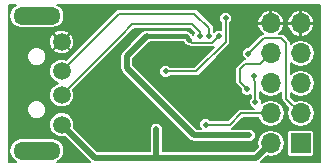
<source format=gbl>
G04 #@! TF.FileFunction,Copper,L2,Bot,Plane*
%FSLAX46Y46*%
G04 Gerber Fmt 4.6, Leading zero omitted, Abs format (unit mm)*
G04 Created by KiCad (PCBNEW 4.0.6-e0-6349~53~ubuntu16.04.1) date Fri Jun 23 14:49:20 2017*
%MOMM*%
%LPD*%
G01*
G04 APERTURE LIST*
%ADD10C,0.100000*%
%ADD11C,1.500000*%
%ADD12O,4.000000X1.500000*%
%ADD13R,1.700000X1.700000*%
%ADD14O,1.700000X1.700000*%
%ADD15C,0.500000*%
%ADD16C,0.500000*%
%ADD17C,0.200000*%
%ADD18C,0.400000*%
G04 APERTURE END LIST*
D10*
D11*
X104800000Y-103500000D03*
X104800000Y-106000000D03*
X104800000Y-108000000D03*
X104800000Y-110500000D03*
D12*
X102700000Y-112700000D03*
X102700000Y-101300000D03*
D13*
X125050000Y-112080000D03*
D14*
X122510000Y-112080000D03*
X125050000Y-109540000D03*
X122510000Y-109540000D03*
X125050000Y-107000000D03*
X122510000Y-107000000D03*
X125050000Y-104460000D03*
X122510000Y-104460000D03*
X125050000Y-101920000D03*
X122510000Y-101920000D03*
D15*
X118100000Y-103000000D03*
X120700000Y-111400000D03*
X112000000Y-103000000D03*
X115600000Y-103300000D03*
X117050000Y-107000000D03*
X110750000Y-111100000D03*
X116900000Y-100700000D03*
X112800000Y-110900000D03*
X118700000Y-101500000D03*
X113600000Y-106000000D03*
X117300000Y-103000000D03*
X116500000Y-103000000D03*
X120600000Y-104500000D03*
X117000000Y-110500000D03*
X121100000Y-106400000D03*
X121200000Y-108600000D03*
X120500000Y-107500000D03*
D16*
X112000000Y-103000000D02*
X110300000Y-104700000D01*
X110300000Y-105700000D02*
X110300000Y-104700000D01*
X110300000Y-105700000D02*
X116000000Y-111400000D01*
D17*
X118100000Y-103000000D02*
X117550001Y-103549999D01*
X117550001Y-103549999D02*
X115849999Y-103549999D01*
X115849999Y-103549999D02*
X115600000Y-103300000D01*
D16*
X116000000Y-111400000D02*
X120700000Y-111400000D01*
D18*
X112000000Y-103000000D02*
X115300000Y-103000000D01*
X115300000Y-103000000D02*
X115600000Y-103300000D01*
D16*
X121290000Y-113300000D02*
X112800000Y-113300000D01*
X112800000Y-113300000D02*
X107600000Y-113300000D01*
X112800000Y-112300000D02*
X112800000Y-113300000D01*
X107600000Y-113300000D02*
X104800000Y-110500000D01*
X122510000Y-112080000D02*
X121290000Y-113300000D01*
X112800000Y-110900000D02*
X112800000Y-112300000D01*
D17*
X118700000Y-101500000D02*
X118700000Y-103500000D01*
X113600000Y-106000000D02*
X115000000Y-106000000D01*
X118700000Y-103500000D02*
X116200000Y-106000000D01*
X116200000Y-106000000D02*
X115000000Y-106000000D01*
X117300000Y-102346447D02*
X116053553Y-101100000D01*
X117300000Y-103000000D02*
X117300000Y-102646447D01*
X117300000Y-102646447D02*
X117300000Y-102346447D01*
X116053553Y-101100000D02*
X109700000Y-101100000D01*
X109700000Y-101100000D02*
X104800000Y-106000000D01*
X115853553Y-102000000D02*
X110800000Y-102000000D01*
X110800000Y-102000000D02*
X109800000Y-103000000D01*
X116500000Y-103000000D02*
X116500000Y-102646447D01*
X116500000Y-102646447D02*
X115853553Y-102000000D01*
X109800000Y-103000000D02*
X104800000Y-108000000D01*
X120600000Y-104500000D02*
X121900000Y-103200000D01*
X121900000Y-103200000D02*
X123400000Y-103200000D01*
X123400000Y-103200000D02*
X123800000Y-103600000D01*
X123800000Y-103600000D02*
X123800000Y-108290000D01*
X123800000Y-108290000D02*
X125050000Y-109540000D01*
X117000000Y-110500000D02*
X119040000Y-110500000D01*
X120000000Y-109540000D02*
X122510000Y-109540000D01*
X119040000Y-110500000D02*
X120000000Y-109540000D01*
X121100000Y-106400000D02*
X121100000Y-106753553D01*
X121100000Y-106753553D02*
X121200000Y-106853553D01*
X121200000Y-106853553D02*
X121200000Y-107100000D01*
X121200000Y-108600000D02*
X121200000Y-107100000D01*
X121200000Y-108600000D02*
X121200000Y-108246447D01*
X120500000Y-107500000D02*
X119900000Y-106900000D01*
X119900000Y-105800000D02*
X120330000Y-105370000D01*
X120330000Y-105370000D02*
X121600000Y-105370000D01*
X119900000Y-106900000D02*
X119900000Y-105800000D01*
X121600000Y-105370000D02*
X122510000Y-104460000D01*
G36*
X100662478Y-100557538D02*
X100434866Y-100898182D01*
X100354940Y-101300000D01*
X100434866Y-101701818D01*
X100662478Y-102042462D01*
X101003122Y-102270074D01*
X101404940Y-102350000D01*
X103995060Y-102350000D01*
X104396878Y-102270074D01*
X104737522Y-102042462D01*
X104965134Y-101701818D01*
X105045060Y-101300000D01*
X104965134Y-100898182D01*
X104737522Y-100557538D01*
X104426921Y-100350000D01*
X126650000Y-100350000D01*
X126650000Y-113650000D01*
X121717818Y-113650000D01*
X122195829Y-113171989D01*
X122487470Y-113230000D01*
X122532530Y-113230000D01*
X122972616Y-113142461D01*
X123345703Y-112893173D01*
X123594991Y-112520086D01*
X123682530Y-112080000D01*
X123594991Y-111639914D01*
X123345703Y-111266827D01*
X123290588Y-111230000D01*
X123894123Y-111230000D01*
X123894123Y-112930000D01*
X123915042Y-113041173D01*
X123980745Y-113143279D01*
X124080997Y-113211778D01*
X124200000Y-113235877D01*
X125900000Y-113235877D01*
X126011173Y-113214958D01*
X126113279Y-113149255D01*
X126181778Y-113049003D01*
X126205877Y-112930000D01*
X126205877Y-111230000D01*
X126184958Y-111118827D01*
X126119255Y-111016721D01*
X126019003Y-110948222D01*
X125900000Y-110924123D01*
X124200000Y-110924123D01*
X124088827Y-110945042D01*
X123986721Y-111010745D01*
X123918222Y-111110997D01*
X123894123Y-111230000D01*
X123290588Y-111230000D01*
X122972616Y-111017539D01*
X122532530Y-110930000D01*
X122487470Y-110930000D01*
X122047384Y-111017539D01*
X121674297Y-111266827D01*
X121425009Y-111639914D01*
X121337470Y-112080000D01*
X121402957Y-112409225D01*
X121062182Y-112750000D01*
X113350000Y-112750000D01*
X113350000Y-110900000D01*
X113350095Y-110791078D01*
X113266539Y-110588857D01*
X113111957Y-110434005D01*
X113010477Y-110391867D01*
X113010476Y-110391866D01*
X113010474Y-110391866D01*
X112909882Y-110350096D01*
X112800000Y-110350000D01*
X112691078Y-110349905D01*
X112589525Y-110391866D01*
X112589524Y-110391866D01*
X112589523Y-110391867D01*
X112488857Y-110433461D01*
X112334005Y-110588043D01*
X112250096Y-110790118D01*
X112249905Y-111008922D01*
X112250000Y-111009152D01*
X112250000Y-112750000D01*
X107827818Y-112750000D01*
X105831561Y-110753743D01*
X105849818Y-110709774D01*
X105850182Y-110292058D01*
X105690666Y-109906000D01*
X105395554Y-109610372D01*
X105009774Y-109450182D01*
X104592058Y-109449818D01*
X104206000Y-109609334D01*
X103910372Y-109904446D01*
X103750182Y-110290226D01*
X103749818Y-110707942D01*
X103909334Y-111094000D01*
X104204446Y-111389628D01*
X104590226Y-111549818D01*
X105007942Y-111550182D01*
X105053528Y-111531346D01*
X107172182Y-113650000D01*
X104426921Y-113650000D01*
X104737522Y-113442462D01*
X104965134Y-113101818D01*
X105045060Y-112700000D01*
X104965134Y-112298182D01*
X104737522Y-111957538D01*
X104396878Y-111729926D01*
X103995060Y-111650000D01*
X101404940Y-111650000D01*
X101003122Y-111729926D01*
X100662478Y-111957538D01*
X100434866Y-112298182D01*
X100354940Y-112700000D01*
X100434866Y-113101818D01*
X100662478Y-113442462D01*
X100973079Y-113650000D01*
X100350000Y-113650000D01*
X100350000Y-109408432D01*
X101899861Y-109408432D01*
X102021397Y-109702572D01*
X102246245Y-109927812D01*
X102540172Y-110049861D01*
X102858432Y-110050139D01*
X103152572Y-109928603D01*
X103377812Y-109703755D01*
X103499861Y-109409828D01*
X103500139Y-109091568D01*
X103378603Y-108797428D01*
X103153755Y-108572188D01*
X102859828Y-108450139D01*
X102541568Y-108449861D01*
X102247428Y-108571397D01*
X102022188Y-108796245D01*
X101900139Y-109090172D01*
X101899861Y-109408432D01*
X100350000Y-109408432D01*
X100350000Y-106207942D01*
X103749818Y-106207942D01*
X103909334Y-106594000D01*
X104204446Y-106889628D01*
X104470429Y-107000074D01*
X104206000Y-107109334D01*
X103910372Y-107404446D01*
X103750182Y-107790226D01*
X103749818Y-108207942D01*
X103909334Y-108594000D01*
X104204446Y-108889628D01*
X104590226Y-109049818D01*
X105007942Y-109050182D01*
X105394000Y-108890666D01*
X105689628Y-108595554D01*
X105849818Y-108209774D01*
X105850182Y-107792058D01*
X105769323Y-107596363D01*
X110082843Y-103282843D01*
X110965685Y-102400000D01*
X115687867Y-102400000D01*
X116016960Y-102729093D01*
X115955347Y-102877471D01*
X115911957Y-102834005D01*
X115790804Y-102783698D01*
X115653553Y-102646447D01*
X115491342Y-102538060D01*
X115300000Y-102500000D01*
X112230064Y-102500000D01*
X112210477Y-102491867D01*
X112210476Y-102491866D01*
X112210474Y-102491866D01*
X112109882Y-102450096D01*
X112000000Y-102450000D01*
X111891078Y-102449905D01*
X111789525Y-102491866D01*
X111789524Y-102491866D01*
X111789523Y-102491867D01*
X111688857Y-102533461D01*
X111534005Y-102688043D01*
X111533910Y-102688272D01*
X109911091Y-104311091D01*
X109791866Y-104489524D01*
X109750000Y-104700000D01*
X109750000Y-105700000D01*
X109791866Y-105910476D01*
X109911091Y-106088909D01*
X115611091Y-111788909D01*
X115789524Y-111908134D01*
X116000000Y-111950000D01*
X120700000Y-111950000D01*
X120808922Y-111950095D01*
X120910475Y-111908134D01*
X120910476Y-111908134D01*
X120910477Y-111908133D01*
X121011143Y-111866539D01*
X121165995Y-111711957D01*
X121249904Y-111509882D01*
X121250095Y-111291078D01*
X121166539Y-111088857D01*
X121011957Y-110934005D01*
X120910477Y-110891867D01*
X120910476Y-110891866D01*
X120910474Y-110891866D01*
X120809882Y-110850096D01*
X120700000Y-110850000D01*
X120699907Y-110850000D01*
X120591078Y-110849905D01*
X120590848Y-110850000D01*
X119222336Y-110850000D01*
X119322843Y-110782843D01*
X120165686Y-109940000D01*
X121417035Y-109940000D01*
X121425009Y-109980086D01*
X121674297Y-110353173D01*
X122047384Y-110602461D01*
X122487470Y-110690000D01*
X122532530Y-110690000D01*
X122972616Y-110602461D01*
X123345703Y-110353173D01*
X123594991Y-109980086D01*
X123682530Y-109540000D01*
X123594991Y-109099914D01*
X123345703Y-108726827D01*
X122972616Y-108477539D01*
X122532530Y-108390000D01*
X122487470Y-108390000D01*
X122047384Y-108477539D01*
X121749933Y-108676289D01*
X121750095Y-108491078D01*
X121666539Y-108288857D01*
X121600000Y-108222202D01*
X121600000Y-107701979D01*
X121674297Y-107813173D01*
X122047384Y-108062461D01*
X122487470Y-108150000D01*
X122532530Y-108150000D01*
X122972616Y-108062461D01*
X123345703Y-107813173D01*
X123400000Y-107731912D01*
X123400000Y-108290000D01*
X123430448Y-108443074D01*
X123517157Y-108572843D01*
X123996740Y-109052426D01*
X123965009Y-109099914D01*
X123877470Y-109540000D01*
X123965009Y-109980086D01*
X124214297Y-110353173D01*
X124587384Y-110602461D01*
X125027470Y-110690000D01*
X125072530Y-110690000D01*
X125512616Y-110602461D01*
X125885703Y-110353173D01*
X126134991Y-109980086D01*
X126222530Y-109540000D01*
X126134991Y-109099914D01*
X125885703Y-108726827D01*
X125512616Y-108477539D01*
X125072530Y-108390000D01*
X125027470Y-108390000D01*
X124587384Y-108477539D01*
X124566907Y-108491221D01*
X124200000Y-108124314D01*
X124200000Y-107791776D01*
X124214297Y-107813173D01*
X124587384Y-108062461D01*
X125027470Y-108150000D01*
X125072530Y-108150000D01*
X125512616Y-108062461D01*
X125885703Y-107813173D01*
X126134991Y-107440086D01*
X126222530Y-107000000D01*
X126134991Y-106559914D01*
X125885703Y-106186827D01*
X125512616Y-105937539D01*
X125072530Y-105850000D01*
X125027470Y-105850000D01*
X124587384Y-105937539D01*
X124214297Y-106186827D01*
X124200000Y-106208224D01*
X124200000Y-105251776D01*
X124214297Y-105273173D01*
X124587384Y-105522461D01*
X125027470Y-105610000D01*
X125072530Y-105610000D01*
X125512616Y-105522461D01*
X125885703Y-105273173D01*
X126134991Y-104900086D01*
X126222530Y-104460000D01*
X126134991Y-104019914D01*
X125885703Y-103646827D01*
X125512616Y-103397539D01*
X125072530Y-103310000D01*
X125027470Y-103310000D01*
X124587384Y-103397539D01*
X124214297Y-103646827D01*
X124200000Y-103668224D01*
X124200000Y-103600000D01*
X124169552Y-103446927D01*
X124082843Y-103317157D01*
X124082840Y-103317155D01*
X123682843Y-102917157D01*
X123553074Y-102830448D01*
X123400000Y-102800000D01*
X123222407Y-102800000D01*
X123454847Y-102575569D01*
X123633800Y-102164089D01*
X123641662Y-102124549D01*
X123918338Y-102124549D01*
X123926200Y-102164089D01*
X124105153Y-102575569D01*
X124427951Y-102887244D01*
X124845450Y-103051665D01*
X125025000Y-102994731D01*
X125025000Y-101945000D01*
X125075000Y-101945000D01*
X125075000Y-102994731D01*
X125254550Y-103051665D01*
X125672049Y-102887244D01*
X125994847Y-102575569D01*
X126173800Y-102164089D01*
X126181662Y-102124549D01*
X126124709Y-101945000D01*
X125075000Y-101945000D01*
X125025000Y-101945000D01*
X123975291Y-101945000D01*
X123918338Y-102124549D01*
X123641662Y-102124549D01*
X123584709Y-101945000D01*
X122535000Y-101945000D01*
X122535000Y-101965000D01*
X122485000Y-101965000D01*
X122485000Y-101945000D01*
X121435291Y-101945000D01*
X121378338Y-102124549D01*
X121386200Y-102164089D01*
X121565153Y-102575569D01*
X121815086Y-102816890D01*
X121746926Y-102830448D01*
X121682042Y-102873802D01*
X121617157Y-102917157D01*
X121617155Y-102917160D01*
X120584328Y-103949986D01*
X120491078Y-103949905D01*
X120288857Y-104033461D01*
X120134005Y-104188043D01*
X120050096Y-104390118D01*
X120049905Y-104608922D01*
X120133461Y-104811143D01*
X120288043Y-104965995D01*
X120308152Y-104974345D01*
X120176926Y-105000448D01*
X120047157Y-105087157D01*
X119617157Y-105517157D01*
X119530448Y-105646926D01*
X119519891Y-105700000D01*
X119500000Y-105800000D01*
X119500000Y-106900000D01*
X119530448Y-107053074D01*
X119617157Y-107182843D01*
X119949986Y-107515672D01*
X119949905Y-107608922D01*
X120033461Y-107811143D01*
X120188043Y-107965995D01*
X120390118Y-108049904D01*
X120608922Y-108050095D01*
X120800000Y-107971143D01*
X120800000Y-108222163D01*
X120734005Y-108288043D01*
X120650096Y-108490118D01*
X120649905Y-108708922D01*
X120733461Y-108911143D01*
X120888043Y-109065995D01*
X121066267Y-109140000D01*
X120000000Y-109140000D01*
X119846926Y-109170448D01*
X119717157Y-109257157D01*
X118874314Y-110100000D01*
X117377837Y-110100000D01*
X117311957Y-110034005D01*
X117109882Y-109950096D01*
X116891078Y-109949905D01*
X116688857Y-110033461D01*
X116534005Y-110188043D01*
X116450096Y-110390118D01*
X116449905Y-110608922D01*
X116533461Y-110811143D01*
X116572250Y-110850000D01*
X116227818Y-110850000D01*
X110850000Y-105472182D01*
X110850000Y-104927818D01*
X112277818Y-103500000D01*
X115087538Y-103500000D01*
X115133461Y-103611143D01*
X115288043Y-103765995D01*
X115490118Y-103849904D01*
X115592825Y-103849994D01*
X115696925Y-103919551D01*
X115849999Y-103949999D01*
X117550001Y-103949999D01*
X117703075Y-103919551D01*
X117738299Y-103896015D01*
X116034314Y-105600000D01*
X113977837Y-105600000D01*
X113911957Y-105534005D01*
X113709882Y-105450096D01*
X113491078Y-105449905D01*
X113288857Y-105533461D01*
X113134005Y-105688043D01*
X113050096Y-105890118D01*
X113049905Y-106108922D01*
X113133461Y-106311143D01*
X113288043Y-106465995D01*
X113490118Y-106549904D01*
X113708922Y-106550095D01*
X113911143Y-106466539D01*
X113977798Y-106400000D01*
X116200000Y-106400000D01*
X116353074Y-106369552D01*
X116482843Y-106282843D01*
X118982843Y-103782843D01*
X119069552Y-103653074D01*
X119100000Y-103500000D01*
X119100000Y-101877837D01*
X119165995Y-101811957D01*
X119206067Y-101715451D01*
X121378338Y-101715451D01*
X121435291Y-101895000D01*
X122485000Y-101895000D01*
X122485000Y-100845269D01*
X122535000Y-100845269D01*
X122535000Y-101895000D01*
X123584709Y-101895000D01*
X123641662Y-101715451D01*
X123918338Y-101715451D01*
X123975291Y-101895000D01*
X125025000Y-101895000D01*
X125025000Y-100845269D01*
X125075000Y-100845269D01*
X125075000Y-101895000D01*
X126124709Y-101895000D01*
X126181662Y-101715451D01*
X126173800Y-101675911D01*
X125994847Y-101264431D01*
X125672049Y-100952756D01*
X125254550Y-100788335D01*
X125075000Y-100845269D01*
X125025000Y-100845269D01*
X124845450Y-100788335D01*
X124427951Y-100952756D01*
X124105153Y-101264431D01*
X123926200Y-101675911D01*
X123918338Y-101715451D01*
X123641662Y-101715451D01*
X123633800Y-101675911D01*
X123454847Y-101264431D01*
X123132049Y-100952756D01*
X122714550Y-100788335D01*
X122535000Y-100845269D01*
X122485000Y-100845269D01*
X122305450Y-100788335D01*
X121887951Y-100952756D01*
X121565153Y-101264431D01*
X121386200Y-101675911D01*
X121378338Y-101715451D01*
X119206067Y-101715451D01*
X119249904Y-101609882D01*
X119250095Y-101391078D01*
X119166539Y-101188857D01*
X119011957Y-101034005D01*
X118809882Y-100950096D01*
X118591078Y-100949905D01*
X118388857Y-101033461D01*
X118234005Y-101188043D01*
X118150096Y-101390118D01*
X118149905Y-101608922D01*
X118233461Y-101811143D01*
X118300000Y-101877798D01*
X118300000Y-102487516D01*
X118209882Y-102450096D01*
X117991078Y-102449905D01*
X117788857Y-102533461D01*
X117700000Y-102622163D01*
X117700000Y-102346447D01*
X117669552Y-102193373D01*
X117582843Y-102063604D01*
X116336396Y-100817157D01*
X116206627Y-100730448D01*
X116053553Y-100700000D01*
X109700000Y-100700000D01*
X109546927Y-100730448D01*
X109417157Y-100817157D01*
X109417155Y-100817160D01*
X105203634Y-105030680D01*
X105009774Y-104950182D01*
X104592058Y-104949818D01*
X104206000Y-105109334D01*
X103910372Y-105404446D01*
X103750182Y-105790226D01*
X103749818Y-106207942D01*
X100350000Y-106207942D01*
X100350000Y-104908432D01*
X101899861Y-104908432D01*
X102021397Y-105202572D01*
X102246245Y-105427812D01*
X102540172Y-105549861D01*
X102858432Y-105550139D01*
X103152572Y-105428603D01*
X103377812Y-105203755D01*
X103499861Y-104909828D01*
X103500139Y-104591568D01*
X103378603Y-104297428D01*
X103302739Y-104221431D01*
X104113925Y-104221431D01*
X104191132Y-104380569D01*
X104574458Y-104546543D01*
X104992120Y-104553191D01*
X105380535Y-104399501D01*
X105408868Y-104380569D01*
X105486075Y-104221431D01*
X104800000Y-103535355D01*
X104113925Y-104221431D01*
X103302739Y-104221431D01*
X103153755Y-104072188D01*
X102859828Y-103950139D01*
X102541568Y-103949861D01*
X102247428Y-104071397D01*
X102022188Y-104296245D01*
X101900139Y-104590172D01*
X101899861Y-104908432D01*
X100350000Y-104908432D01*
X100350000Y-103692120D01*
X103746809Y-103692120D01*
X103900499Y-104080535D01*
X103919431Y-104108868D01*
X104078569Y-104186075D01*
X104764645Y-103500000D01*
X104835355Y-103500000D01*
X105521431Y-104186075D01*
X105680569Y-104108868D01*
X105846543Y-103725542D01*
X105853191Y-103307880D01*
X105699501Y-102919465D01*
X105680569Y-102891132D01*
X105521431Y-102813925D01*
X104835355Y-103500000D01*
X104764645Y-103500000D01*
X104078569Y-102813925D01*
X103919431Y-102891132D01*
X103753457Y-103274458D01*
X103746809Y-103692120D01*
X100350000Y-103692120D01*
X100350000Y-102778569D01*
X104113925Y-102778569D01*
X104800000Y-103464645D01*
X105486075Y-102778569D01*
X105408868Y-102619431D01*
X105025542Y-102453457D01*
X104607880Y-102446809D01*
X104219465Y-102600499D01*
X104191132Y-102619431D01*
X104113925Y-102778569D01*
X100350000Y-102778569D01*
X100350000Y-100350000D01*
X100973079Y-100350000D01*
X100662478Y-100557538D01*
X100662478Y-100557538D01*
G37*
X100662478Y-100557538D02*
X100434866Y-100898182D01*
X100354940Y-101300000D01*
X100434866Y-101701818D01*
X100662478Y-102042462D01*
X101003122Y-102270074D01*
X101404940Y-102350000D01*
X103995060Y-102350000D01*
X104396878Y-102270074D01*
X104737522Y-102042462D01*
X104965134Y-101701818D01*
X105045060Y-101300000D01*
X104965134Y-100898182D01*
X104737522Y-100557538D01*
X104426921Y-100350000D01*
X126650000Y-100350000D01*
X126650000Y-113650000D01*
X121717818Y-113650000D01*
X122195829Y-113171989D01*
X122487470Y-113230000D01*
X122532530Y-113230000D01*
X122972616Y-113142461D01*
X123345703Y-112893173D01*
X123594991Y-112520086D01*
X123682530Y-112080000D01*
X123594991Y-111639914D01*
X123345703Y-111266827D01*
X123290588Y-111230000D01*
X123894123Y-111230000D01*
X123894123Y-112930000D01*
X123915042Y-113041173D01*
X123980745Y-113143279D01*
X124080997Y-113211778D01*
X124200000Y-113235877D01*
X125900000Y-113235877D01*
X126011173Y-113214958D01*
X126113279Y-113149255D01*
X126181778Y-113049003D01*
X126205877Y-112930000D01*
X126205877Y-111230000D01*
X126184958Y-111118827D01*
X126119255Y-111016721D01*
X126019003Y-110948222D01*
X125900000Y-110924123D01*
X124200000Y-110924123D01*
X124088827Y-110945042D01*
X123986721Y-111010745D01*
X123918222Y-111110997D01*
X123894123Y-111230000D01*
X123290588Y-111230000D01*
X122972616Y-111017539D01*
X122532530Y-110930000D01*
X122487470Y-110930000D01*
X122047384Y-111017539D01*
X121674297Y-111266827D01*
X121425009Y-111639914D01*
X121337470Y-112080000D01*
X121402957Y-112409225D01*
X121062182Y-112750000D01*
X113350000Y-112750000D01*
X113350000Y-110900000D01*
X113350095Y-110791078D01*
X113266539Y-110588857D01*
X113111957Y-110434005D01*
X113010477Y-110391867D01*
X113010476Y-110391866D01*
X113010474Y-110391866D01*
X112909882Y-110350096D01*
X112800000Y-110350000D01*
X112691078Y-110349905D01*
X112589525Y-110391866D01*
X112589524Y-110391866D01*
X112589523Y-110391867D01*
X112488857Y-110433461D01*
X112334005Y-110588043D01*
X112250096Y-110790118D01*
X112249905Y-111008922D01*
X112250000Y-111009152D01*
X112250000Y-112750000D01*
X107827818Y-112750000D01*
X105831561Y-110753743D01*
X105849818Y-110709774D01*
X105850182Y-110292058D01*
X105690666Y-109906000D01*
X105395554Y-109610372D01*
X105009774Y-109450182D01*
X104592058Y-109449818D01*
X104206000Y-109609334D01*
X103910372Y-109904446D01*
X103750182Y-110290226D01*
X103749818Y-110707942D01*
X103909334Y-111094000D01*
X104204446Y-111389628D01*
X104590226Y-111549818D01*
X105007942Y-111550182D01*
X105053528Y-111531346D01*
X107172182Y-113650000D01*
X104426921Y-113650000D01*
X104737522Y-113442462D01*
X104965134Y-113101818D01*
X105045060Y-112700000D01*
X104965134Y-112298182D01*
X104737522Y-111957538D01*
X104396878Y-111729926D01*
X103995060Y-111650000D01*
X101404940Y-111650000D01*
X101003122Y-111729926D01*
X100662478Y-111957538D01*
X100434866Y-112298182D01*
X100354940Y-112700000D01*
X100434866Y-113101818D01*
X100662478Y-113442462D01*
X100973079Y-113650000D01*
X100350000Y-113650000D01*
X100350000Y-109408432D01*
X101899861Y-109408432D01*
X102021397Y-109702572D01*
X102246245Y-109927812D01*
X102540172Y-110049861D01*
X102858432Y-110050139D01*
X103152572Y-109928603D01*
X103377812Y-109703755D01*
X103499861Y-109409828D01*
X103500139Y-109091568D01*
X103378603Y-108797428D01*
X103153755Y-108572188D01*
X102859828Y-108450139D01*
X102541568Y-108449861D01*
X102247428Y-108571397D01*
X102022188Y-108796245D01*
X101900139Y-109090172D01*
X101899861Y-109408432D01*
X100350000Y-109408432D01*
X100350000Y-106207942D01*
X103749818Y-106207942D01*
X103909334Y-106594000D01*
X104204446Y-106889628D01*
X104470429Y-107000074D01*
X104206000Y-107109334D01*
X103910372Y-107404446D01*
X103750182Y-107790226D01*
X103749818Y-108207942D01*
X103909334Y-108594000D01*
X104204446Y-108889628D01*
X104590226Y-109049818D01*
X105007942Y-109050182D01*
X105394000Y-108890666D01*
X105689628Y-108595554D01*
X105849818Y-108209774D01*
X105850182Y-107792058D01*
X105769323Y-107596363D01*
X110082843Y-103282843D01*
X110965685Y-102400000D01*
X115687867Y-102400000D01*
X116016960Y-102729093D01*
X115955347Y-102877471D01*
X115911957Y-102834005D01*
X115790804Y-102783698D01*
X115653553Y-102646447D01*
X115491342Y-102538060D01*
X115300000Y-102500000D01*
X112230064Y-102500000D01*
X112210477Y-102491867D01*
X112210476Y-102491866D01*
X112210474Y-102491866D01*
X112109882Y-102450096D01*
X112000000Y-102450000D01*
X111891078Y-102449905D01*
X111789525Y-102491866D01*
X111789524Y-102491866D01*
X111789523Y-102491867D01*
X111688857Y-102533461D01*
X111534005Y-102688043D01*
X111533910Y-102688272D01*
X109911091Y-104311091D01*
X109791866Y-104489524D01*
X109750000Y-104700000D01*
X109750000Y-105700000D01*
X109791866Y-105910476D01*
X109911091Y-106088909D01*
X115611091Y-111788909D01*
X115789524Y-111908134D01*
X116000000Y-111950000D01*
X120700000Y-111950000D01*
X120808922Y-111950095D01*
X120910475Y-111908134D01*
X120910476Y-111908134D01*
X120910477Y-111908133D01*
X121011143Y-111866539D01*
X121165995Y-111711957D01*
X121249904Y-111509882D01*
X121250095Y-111291078D01*
X121166539Y-111088857D01*
X121011957Y-110934005D01*
X120910477Y-110891867D01*
X120910476Y-110891866D01*
X120910474Y-110891866D01*
X120809882Y-110850096D01*
X120700000Y-110850000D01*
X120699907Y-110850000D01*
X120591078Y-110849905D01*
X120590848Y-110850000D01*
X119222336Y-110850000D01*
X119322843Y-110782843D01*
X120165686Y-109940000D01*
X121417035Y-109940000D01*
X121425009Y-109980086D01*
X121674297Y-110353173D01*
X122047384Y-110602461D01*
X122487470Y-110690000D01*
X122532530Y-110690000D01*
X122972616Y-110602461D01*
X123345703Y-110353173D01*
X123594991Y-109980086D01*
X123682530Y-109540000D01*
X123594991Y-109099914D01*
X123345703Y-108726827D01*
X122972616Y-108477539D01*
X122532530Y-108390000D01*
X122487470Y-108390000D01*
X122047384Y-108477539D01*
X121749933Y-108676289D01*
X121750095Y-108491078D01*
X121666539Y-108288857D01*
X121600000Y-108222202D01*
X121600000Y-107701979D01*
X121674297Y-107813173D01*
X122047384Y-108062461D01*
X122487470Y-108150000D01*
X122532530Y-108150000D01*
X122972616Y-108062461D01*
X123345703Y-107813173D01*
X123400000Y-107731912D01*
X123400000Y-108290000D01*
X123430448Y-108443074D01*
X123517157Y-108572843D01*
X123996740Y-109052426D01*
X123965009Y-109099914D01*
X123877470Y-109540000D01*
X123965009Y-109980086D01*
X124214297Y-110353173D01*
X124587384Y-110602461D01*
X125027470Y-110690000D01*
X125072530Y-110690000D01*
X125512616Y-110602461D01*
X125885703Y-110353173D01*
X126134991Y-109980086D01*
X126222530Y-109540000D01*
X126134991Y-109099914D01*
X125885703Y-108726827D01*
X125512616Y-108477539D01*
X125072530Y-108390000D01*
X125027470Y-108390000D01*
X124587384Y-108477539D01*
X124566907Y-108491221D01*
X124200000Y-108124314D01*
X124200000Y-107791776D01*
X124214297Y-107813173D01*
X124587384Y-108062461D01*
X125027470Y-108150000D01*
X125072530Y-108150000D01*
X125512616Y-108062461D01*
X125885703Y-107813173D01*
X126134991Y-107440086D01*
X126222530Y-107000000D01*
X126134991Y-106559914D01*
X125885703Y-106186827D01*
X125512616Y-105937539D01*
X125072530Y-105850000D01*
X125027470Y-105850000D01*
X124587384Y-105937539D01*
X124214297Y-106186827D01*
X124200000Y-106208224D01*
X124200000Y-105251776D01*
X124214297Y-105273173D01*
X124587384Y-105522461D01*
X125027470Y-105610000D01*
X125072530Y-105610000D01*
X125512616Y-105522461D01*
X125885703Y-105273173D01*
X126134991Y-104900086D01*
X126222530Y-104460000D01*
X126134991Y-104019914D01*
X125885703Y-103646827D01*
X125512616Y-103397539D01*
X125072530Y-103310000D01*
X125027470Y-103310000D01*
X124587384Y-103397539D01*
X124214297Y-103646827D01*
X124200000Y-103668224D01*
X124200000Y-103600000D01*
X124169552Y-103446927D01*
X124082843Y-103317157D01*
X124082840Y-103317155D01*
X123682843Y-102917157D01*
X123553074Y-102830448D01*
X123400000Y-102800000D01*
X123222407Y-102800000D01*
X123454847Y-102575569D01*
X123633800Y-102164089D01*
X123641662Y-102124549D01*
X123918338Y-102124549D01*
X123926200Y-102164089D01*
X124105153Y-102575569D01*
X124427951Y-102887244D01*
X124845450Y-103051665D01*
X125025000Y-102994731D01*
X125025000Y-101945000D01*
X125075000Y-101945000D01*
X125075000Y-102994731D01*
X125254550Y-103051665D01*
X125672049Y-102887244D01*
X125994847Y-102575569D01*
X126173800Y-102164089D01*
X126181662Y-102124549D01*
X126124709Y-101945000D01*
X125075000Y-101945000D01*
X125025000Y-101945000D01*
X123975291Y-101945000D01*
X123918338Y-102124549D01*
X123641662Y-102124549D01*
X123584709Y-101945000D01*
X122535000Y-101945000D01*
X122535000Y-101965000D01*
X122485000Y-101965000D01*
X122485000Y-101945000D01*
X121435291Y-101945000D01*
X121378338Y-102124549D01*
X121386200Y-102164089D01*
X121565153Y-102575569D01*
X121815086Y-102816890D01*
X121746926Y-102830448D01*
X121682042Y-102873802D01*
X121617157Y-102917157D01*
X121617155Y-102917160D01*
X120584328Y-103949986D01*
X120491078Y-103949905D01*
X120288857Y-104033461D01*
X120134005Y-104188043D01*
X120050096Y-104390118D01*
X120049905Y-104608922D01*
X120133461Y-104811143D01*
X120288043Y-104965995D01*
X120308152Y-104974345D01*
X120176926Y-105000448D01*
X120047157Y-105087157D01*
X119617157Y-105517157D01*
X119530448Y-105646926D01*
X119519891Y-105700000D01*
X119500000Y-105800000D01*
X119500000Y-106900000D01*
X119530448Y-107053074D01*
X119617157Y-107182843D01*
X119949986Y-107515672D01*
X119949905Y-107608922D01*
X120033461Y-107811143D01*
X120188043Y-107965995D01*
X120390118Y-108049904D01*
X120608922Y-108050095D01*
X120800000Y-107971143D01*
X120800000Y-108222163D01*
X120734005Y-108288043D01*
X120650096Y-108490118D01*
X120649905Y-108708922D01*
X120733461Y-108911143D01*
X120888043Y-109065995D01*
X121066267Y-109140000D01*
X120000000Y-109140000D01*
X119846926Y-109170448D01*
X119717157Y-109257157D01*
X118874314Y-110100000D01*
X117377837Y-110100000D01*
X117311957Y-110034005D01*
X117109882Y-109950096D01*
X116891078Y-109949905D01*
X116688857Y-110033461D01*
X116534005Y-110188043D01*
X116450096Y-110390118D01*
X116449905Y-110608922D01*
X116533461Y-110811143D01*
X116572250Y-110850000D01*
X116227818Y-110850000D01*
X110850000Y-105472182D01*
X110850000Y-104927818D01*
X112277818Y-103500000D01*
X115087538Y-103500000D01*
X115133461Y-103611143D01*
X115288043Y-103765995D01*
X115490118Y-103849904D01*
X115592825Y-103849994D01*
X115696925Y-103919551D01*
X115849999Y-103949999D01*
X117550001Y-103949999D01*
X117703075Y-103919551D01*
X117738299Y-103896015D01*
X116034314Y-105600000D01*
X113977837Y-105600000D01*
X113911957Y-105534005D01*
X113709882Y-105450096D01*
X113491078Y-105449905D01*
X113288857Y-105533461D01*
X113134005Y-105688043D01*
X113050096Y-105890118D01*
X113049905Y-106108922D01*
X113133461Y-106311143D01*
X113288043Y-106465995D01*
X113490118Y-106549904D01*
X113708922Y-106550095D01*
X113911143Y-106466539D01*
X113977798Y-106400000D01*
X116200000Y-106400000D01*
X116353074Y-106369552D01*
X116482843Y-106282843D01*
X118982843Y-103782843D01*
X119069552Y-103653074D01*
X119100000Y-103500000D01*
X119100000Y-101877837D01*
X119165995Y-101811957D01*
X119206067Y-101715451D01*
X121378338Y-101715451D01*
X121435291Y-101895000D01*
X122485000Y-101895000D01*
X122485000Y-100845269D01*
X122535000Y-100845269D01*
X122535000Y-101895000D01*
X123584709Y-101895000D01*
X123641662Y-101715451D01*
X123918338Y-101715451D01*
X123975291Y-101895000D01*
X125025000Y-101895000D01*
X125025000Y-100845269D01*
X125075000Y-100845269D01*
X125075000Y-101895000D01*
X126124709Y-101895000D01*
X126181662Y-101715451D01*
X126173800Y-101675911D01*
X125994847Y-101264431D01*
X125672049Y-100952756D01*
X125254550Y-100788335D01*
X125075000Y-100845269D01*
X125025000Y-100845269D01*
X124845450Y-100788335D01*
X124427951Y-100952756D01*
X124105153Y-101264431D01*
X123926200Y-101675911D01*
X123918338Y-101715451D01*
X123641662Y-101715451D01*
X123633800Y-101675911D01*
X123454847Y-101264431D01*
X123132049Y-100952756D01*
X122714550Y-100788335D01*
X122535000Y-100845269D01*
X122485000Y-100845269D01*
X122305450Y-100788335D01*
X121887951Y-100952756D01*
X121565153Y-101264431D01*
X121386200Y-101675911D01*
X121378338Y-101715451D01*
X119206067Y-101715451D01*
X119249904Y-101609882D01*
X119250095Y-101391078D01*
X119166539Y-101188857D01*
X119011957Y-101034005D01*
X118809882Y-100950096D01*
X118591078Y-100949905D01*
X118388857Y-101033461D01*
X118234005Y-101188043D01*
X118150096Y-101390118D01*
X118149905Y-101608922D01*
X118233461Y-101811143D01*
X118300000Y-101877798D01*
X118300000Y-102487516D01*
X118209882Y-102450096D01*
X117991078Y-102449905D01*
X117788857Y-102533461D01*
X117700000Y-102622163D01*
X117700000Y-102346447D01*
X117669552Y-102193373D01*
X117582843Y-102063604D01*
X116336396Y-100817157D01*
X116206627Y-100730448D01*
X116053553Y-100700000D01*
X109700000Y-100700000D01*
X109546927Y-100730448D01*
X109417157Y-100817157D01*
X109417155Y-100817160D01*
X105203634Y-105030680D01*
X105009774Y-104950182D01*
X104592058Y-104949818D01*
X104206000Y-105109334D01*
X103910372Y-105404446D01*
X103750182Y-105790226D01*
X103749818Y-106207942D01*
X100350000Y-106207942D01*
X100350000Y-104908432D01*
X101899861Y-104908432D01*
X102021397Y-105202572D01*
X102246245Y-105427812D01*
X102540172Y-105549861D01*
X102858432Y-105550139D01*
X103152572Y-105428603D01*
X103377812Y-105203755D01*
X103499861Y-104909828D01*
X103500139Y-104591568D01*
X103378603Y-104297428D01*
X103302739Y-104221431D01*
X104113925Y-104221431D01*
X104191132Y-104380569D01*
X104574458Y-104546543D01*
X104992120Y-104553191D01*
X105380535Y-104399501D01*
X105408868Y-104380569D01*
X105486075Y-104221431D01*
X104800000Y-103535355D01*
X104113925Y-104221431D01*
X103302739Y-104221431D01*
X103153755Y-104072188D01*
X102859828Y-103950139D01*
X102541568Y-103949861D01*
X102247428Y-104071397D01*
X102022188Y-104296245D01*
X101900139Y-104590172D01*
X101899861Y-104908432D01*
X100350000Y-104908432D01*
X100350000Y-103692120D01*
X103746809Y-103692120D01*
X103900499Y-104080535D01*
X103919431Y-104108868D01*
X104078569Y-104186075D01*
X104764645Y-103500000D01*
X104835355Y-103500000D01*
X105521431Y-104186075D01*
X105680569Y-104108868D01*
X105846543Y-103725542D01*
X105853191Y-103307880D01*
X105699501Y-102919465D01*
X105680569Y-102891132D01*
X105521431Y-102813925D01*
X104835355Y-103500000D01*
X104764645Y-103500000D01*
X104078569Y-102813925D01*
X103919431Y-102891132D01*
X103753457Y-103274458D01*
X103746809Y-103692120D01*
X100350000Y-103692120D01*
X100350000Y-102778569D01*
X104113925Y-102778569D01*
X104800000Y-103464645D01*
X105486075Y-102778569D01*
X105408868Y-102619431D01*
X105025542Y-102453457D01*
X104607880Y-102446809D01*
X104219465Y-102600499D01*
X104191132Y-102619431D01*
X104113925Y-102778569D01*
X100350000Y-102778569D01*
X100350000Y-100350000D01*
X100973079Y-100350000D01*
X100662478Y-100557538D01*
M02*

</source>
